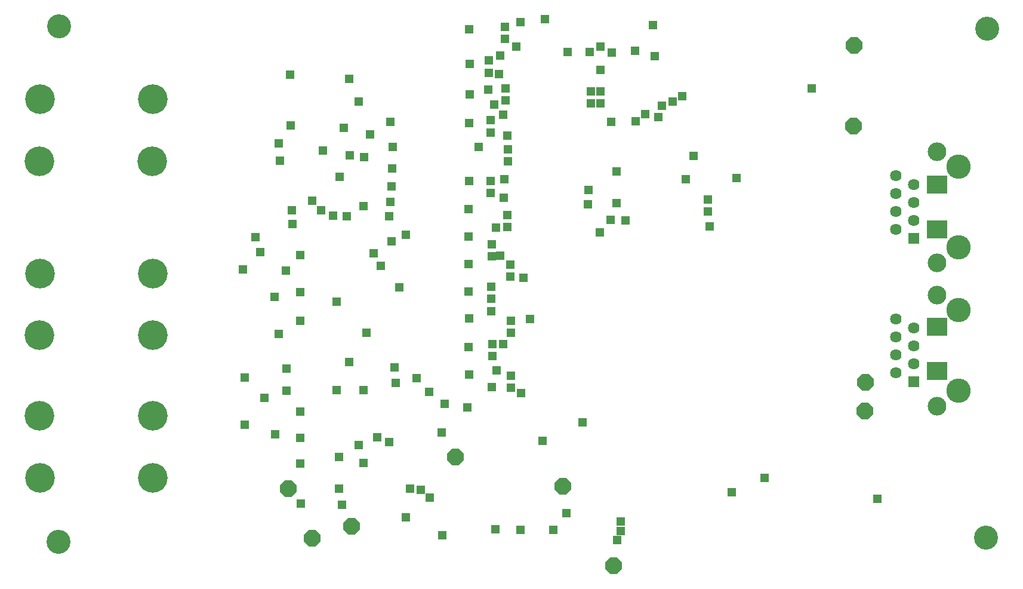
<source format=gbs>
G75*
%MOIN*%
%OFA0B0*%
%FSLAX25Y25*%
%IPPOS*%
%LPD*%
%AMOC8*
5,1,8,0,0,1.08239X$1,22.5*
%
%ADD10C,0.16548*%
%ADD11R,0.05131X0.04737*%
%ADD12C,0.13398*%
%ADD13R,0.06400X0.06400*%
%ADD14C,0.06400*%
%ADD15C,0.10400*%
%ADD16C,0.13600*%
%ADD17R,0.11824X0.10249*%
%ADD18OC8,0.09300*%
%ADD19R,0.04762X0.04762*%
D10*
X0016600Y0062400D03*
X0016400Y0097000D03*
X0079600Y0097000D03*
X0079800Y0062400D03*
X0079500Y0142100D03*
X0079700Y0176500D03*
X0016500Y0176500D03*
X0016300Y0142100D03*
X0016200Y0239100D03*
X0016600Y0273800D03*
X0079800Y0273800D03*
X0079400Y0239100D03*
D11*
X0268350Y0228146D03*
X0268350Y0221454D03*
X0277750Y0209146D03*
X0277750Y0202454D03*
X0268850Y0192646D03*
X0268850Y0185954D03*
X0279350Y0181346D03*
X0279350Y0174654D03*
X0268750Y0168896D03*
X0268750Y0162204D03*
X0279600Y0150146D03*
X0279600Y0143454D03*
X0269200Y0137146D03*
X0269200Y0130454D03*
X0279700Y0119246D03*
X0279700Y0112554D03*
X0389800Y0210954D03*
X0389800Y0217646D03*
X0329700Y0271254D03*
X0329700Y0277946D03*
X0276700Y0279746D03*
X0276700Y0273054D03*
X0268450Y0261846D03*
X0268450Y0255154D03*
X0277950Y0245746D03*
X0277950Y0239054D03*
X0267300Y0288504D03*
X0267300Y0295196D03*
X0276400Y0307304D03*
X0276400Y0313996D03*
D12*
X0026900Y0026800D03*
X0027400Y0314500D03*
X0545000Y0029000D03*
X0545500Y0313000D03*
D13*
X0504600Y0195900D03*
X0504700Y0116000D03*
D14*
X0494700Y0121000D03*
X0504700Y0126000D03*
X0494700Y0131000D03*
X0504700Y0136000D03*
X0494700Y0141000D03*
X0504700Y0146000D03*
X0494700Y0151000D03*
X0494600Y0200900D03*
X0504600Y0205900D03*
X0494600Y0210900D03*
X0504600Y0215900D03*
X0494600Y0220900D03*
X0504600Y0225900D03*
X0494600Y0230900D03*
D15*
X0517600Y0244400D03*
X0517600Y0182400D03*
X0517700Y0164500D03*
X0517700Y0102500D03*
D16*
X0529700Y0111000D03*
X0529700Y0156000D03*
X0529600Y0190900D03*
X0529600Y0235900D03*
D17*
X0517500Y0225902D03*
X0517500Y0201098D03*
X0517700Y0146802D03*
X0517700Y0121998D03*
D18*
X0477600Y0115700D03*
X0477300Y0099700D03*
X0336900Y0013200D03*
X0308500Y0057700D03*
X0248600Y0073900D03*
X0190600Y0035300D03*
X0168500Y0028800D03*
X0155200Y0056200D03*
X0470900Y0258800D03*
X0471300Y0303600D03*
D19*
X0447500Y0279800D03*
X0381650Y0242150D03*
X0377400Y0229100D03*
X0405600Y0229600D03*
X0390600Y0202700D03*
X0343500Y0205900D03*
X0335400Y0206400D03*
X0329400Y0199300D03*
X0322750Y0215150D03*
X0322850Y0223000D03*
X0338700Y0215700D03*
X0338600Y0233400D03*
X0335600Y0261100D03*
X0349200Y0261500D03*
X0354800Y0265200D03*
X0362100Y0263600D03*
X0364000Y0270000D03*
X0369900Y0272200D03*
X0375400Y0275500D03*
X0360100Y0297700D03*
X0348900Y0300800D03*
X0336000Y0299700D03*
X0329700Y0303000D03*
X0323500Y0299900D03*
X0311400Y0299900D03*
X0329800Y0290100D03*
X0324400Y0278000D03*
X0324400Y0271200D03*
X0275400Y0265100D03*
X0270200Y0270700D03*
X0267100Y0279100D03*
X0256600Y0276300D03*
X0273100Y0287600D03*
X0273600Y0297900D03*
X0282800Y0303000D03*
X0285100Y0316800D03*
X0298600Y0318500D03*
X0256200Y0312800D03*
X0256500Y0293400D03*
X0256400Y0260300D03*
X0261800Y0246900D03*
X0277600Y0253200D03*
X0275900Y0229100D03*
X0275600Y0218700D03*
X0256000Y0212400D03*
X0271200Y0201900D03*
X0256000Y0197000D03*
X0273800Y0186200D03*
X0286700Y0174100D03*
X0256100Y0166500D03*
X0268500Y0155200D03*
X0256200Y0151300D03*
X0275300Y0136900D03*
X0256000Y0135500D03*
X0256200Y0120000D03*
X0269000Y0112900D03*
X0271800Y0122500D03*
X0285400Y0109600D03*
X0255300Y0101800D03*
X0242600Y0103700D03*
X0234100Y0110400D03*
X0227100Y0117900D03*
X0215300Y0115300D03*
X0214800Y0124000D03*
X0197400Y0111300D03*
X0182200Y0111300D03*
X0162100Y0099300D03*
X0154200Y0111100D03*
X0141900Y0106900D03*
X0130900Y0118200D03*
X0154300Y0123300D03*
X0150000Y0142600D03*
X0162100Y0150100D03*
X0147500Y0163300D03*
X0162100Y0165900D03*
X0182200Y0160800D03*
X0198900Y0143300D03*
X0189400Y0127100D03*
X0130900Y0092000D03*
X0148100Y0086800D03*
X0162000Y0084600D03*
X0162100Y0070300D03*
X0183600Y0073900D03*
X0194500Y0080600D03*
X0204900Y0084900D03*
X0211700Y0082300D03*
X0197300Y0070600D03*
X0183500Y0056300D03*
X0185300Y0047400D03*
X0162200Y0047900D03*
X0221050Y0040200D03*
X0234300Y0051300D03*
X0229200Y0055800D03*
X0223300Y0056300D03*
X0241400Y0030500D03*
X0270900Y0033700D03*
X0284900Y0033200D03*
X0303400Y0033400D03*
X0310700Y0042600D03*
X0341000Y0037900D03*
X0341000Y0032700D03*
X0339000Y0027600D03*
X0403000Y0054500D03*
X0421200Y0062200D03*
X0484400Y0050700D03*
X0319600Y0093200D03*
X0297200Y0082900D03*
X0241100Y0087700D03*
X0290200Y0151100D03*
X0256000Y0181700D03*
X0221000Y0198100D03*
X0212900Y0194300D03*
X0203100Y0187700D03*
X0207000Y0180800D03*
X0217200Y0168700D03*
X0161900Y0186800D03*
X0154000Y0178100D03*
X0139800Y0188400D03*
X0137100Y0196600D03*
X0157800Y0204000D03*
X0157200Y0211600D03*
X0168600Y0216900D03*
X0173500Y0211600D03*
X0180300Y0208800D03*
X0187900Y0208200D03*
X0197400Y0214000D03*
X0211800Y0208200D03*
X0212400Y0216500D03*
X0213000Y0225100D03*
X0213200Y0235100D03*
X0213600Y0247000D03*
X0201100Y0253900D03*
X0212200Y0260900D03*
X0194500Y0272300D03*
X0189200Y0285100D03*
X0156300Y0287400D03*
X0156800Y0259000D03*
X0150100Y0249000D03*
X0150500Y0239300D03*
X0174500Y0244900D03*
X0189800Y0242500D03*
X0197500Y0241200D03*
X0184000Y0230500D03*
X0186400Y0257700D03*
X0256200Y0228000D03*
X0130100Y0178700D03*
X0359000Y0315000D03*
M02*

</source>
